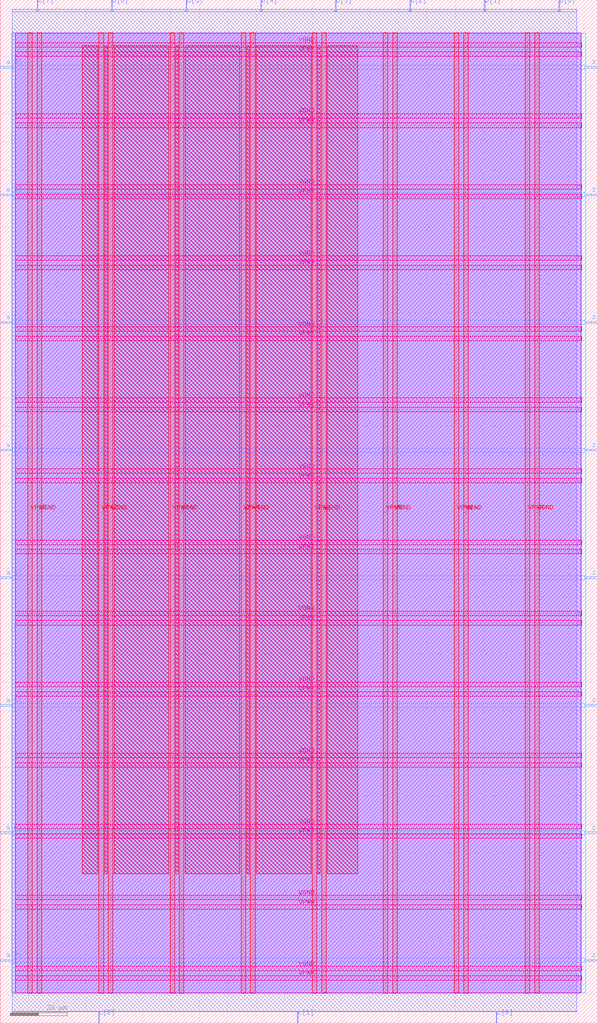
<source format=lef>
VERSION 5.7 ;
  NOWIREEXTENSIONATPIN ON ;
  DIVIDERCHAR "/" ;
  BUSBITCHARS "[]" ;
MACRO alu
  CLASS BLOCK ;
  FOREIGN alu ;
  ORIGIN 0.000 0.000 ;
  SIZE 210.000 BY 360.000 ;
  PIN VGND
    DIRECTION INOUT ;
    USE GROUND ;
    PORT
      LAYER met4 ;
        RECT 13.020 10.640 14.620 348.400 ;
    END
    PORT
      LAYER met4 ;
        RECT 38.020 10.640 39.620 348.400 ;
    END
    PORT
      LAYER met4 ;
        RECT 63.020 10.640 64.620 348.400 ;
    END
    PORT
      LAYER met4 ;
        RECT 88.020 10.640 89.620 348.400 ;
    END
    PORT
      LAYER met4 ;
        RECT 113.020 10.640 114.620 348.400 ;
    END
    PORT
      LAYER met4 ;
        RECT 138.020 10.640 139.620 348.400 ;
    END
    PORT
      LAYER met4 ;
        RECT 163.020 10.640 164.620 348.400 ;
    END
    PORT
      LAYER met4 ;
        RECT 188.020 10.640 189.620 348.400 ;
    END
    PORT
      LAYER met5 ;
        RECT 5.280 18.380 204.480 19.980 ;
    END
    PORT
      LAYER met5 ;
        RECT 5.280 43.380 204.480 44.980 ;
    END
    PORT
      LAYER met5 ;
        RECT 5.280 68.380 204.480 69.980 ;
    END
    PORT
      LAYER met5 ;
        RECT 5.280 93.380 204.480 94.980 ;
    END
    PORT
      LAYER met5 ;
        RECT 5.280 118.380 204.480 119.980 ;
    END
    PORT
      LAYER met5 ;
        RECT 5.280 143.380 204.480 144.980 ;
    END
    PORT
      LAYER met5 ;
        RECT 5.280 168.380 204.480 169.980 ;
    END
    PORT
      LAYER met5 ;
        RECT 5.280 193.380 204.480 194.980 ;
    END
    PORT
      LAYER met5 ;
        RECT 5.280 218.380 204.480 219.980 ;
    END
    PORT
      LAYER met5 ;
        RECT 5.280 243.380 204.480 244.980 ;
    END
    PORT
      LAYER met5 ;
        RECT 5.280 268.380 204.480 269.980 ;
    END
    PORT
      LAYER met5 ;
        RECT 5.280 293.380 204.480 294.980 ;
    END
    PORT
      LAYER met5 ;
        RECT 5.280 318.380 204.480 319.980 ;
    END
    PORT
      LAYER met5 ;
        RECT 5.280 343.380 204.480 344.980 ;
    END
  END VGND
  PIN VPWR
    DIRECTION INOUT ;
    USE POWER ;
    PORT
      LAYER met4 ;
        RECT 9.720 10.640 11.320 348.400 ;
    END
    PORT
      LAYER met4 ;
        RECT 34.720 10.640 36.320 348.400 ;
    END
    PORT
      LAYER met4 ;
        RECT 59.720 10.640 61.320 348.400 ;
    END
    PORT
      LAYER met4 ;
        RECT 84.720 10.640 86.320 348.400 ;
    END
    PORT
      LAYER met4 ;
        RECT 109.720 10.640 111.320 348.400 ;
    END
    PORT
      LAYER met4 ;
        RECT 134.720 10.640 136.320 348.400 ;
    END
    PORT
      LAYER met4 ;
        RECT 159.720 10.640 161.320 348.400 ;
    END
    PORT
      LAYER met4 ;
        RECT 184.720 10.640 186.320 348.400 ;
    END
    PORT
      LAYER met5 ;
        RECT 5.280 15.080 204.480 16.680 ;
    END
    PORT
      LAYER met5 ;
        RECT 5.280 40.080 204.480 41.680 ;
    END
    PORT
      LAYER met5 ;
        RECT 5.280 65.080 204.480 66.680 ;
    END
    PORT
      LAYER met5 ;
        RECT 5.280 90.080 204.480 91.680 ;
    END
    PORT
      LAYER met5 ;
        RECT 5.280 115.080 204.480 116.680 ;
    END
    PORT
      LAYER met5 ;
        RECT 5.280 140.080 204.480 141.680 ;
    END
    PORT
      LAYER met5 ;
        RECT 5.280 165.080 204.480 166.680 ;
    END
    PORT
      LAYER met5 ;
        RECT 5.280 190.080 204.480 191.680 ;
    END
    PORT
      LAYER met5 ;
        RECT 5.280 215.080 204.480 216.680 ;
    END
    PORT
      LAYER met5 ;
        RECT 5.280 240.080 204.480 241.680 ;
    END
    PORT
      LAYER met5 ;
        RECT 5.280 265.080 204.480 266.680 ;
    END
    PORT
      LAYER met5 ;
        RECT 5.280 290.080 204.480 291.680 ;
    END
    PORT
      LAYER met5 ;
        RECT 5.280 315.080 204.480 316.680 ;
    END
    PORT
      LAYER met5 ;
        RECT 5.280 340.080 204.480 341.680 ;
    END
  END VPWR
  PIN a[0]
    DIRECTION INPUT ;
    USE SIGNAL ;
    ANTENNAGATEAREA 0.495000 ;
    PORT
      LAYER met3 ;
        RECT 0.000 335.960 4.000 336.560 ;
    END
  END a[0]
  PIN a[1]
    DIRECTION INPUT ;
    USE SIGNAL ;
    ANTENNAGATEAREA 0.426000 ;
    PORT
      LAYER met3 ;
        RECT 0.000 291.080 4.000 291.680 ;
    END
  END a[1]
  PIN a[2]
    DIRECTION INPUT ;
    USE SIGNAL ;
    ANTENNAGATEAREA 0.495000 ;
    PORT
      LAYER met3 ;
        RECT 0.000 246.200 4.000 246.800 ;
    END
  END a[2]
  PIN a[3]
    DIRECTION INPUT ;
    USE SIGNAL ;
    ANTENNAGATEAREA 0.247500 ;
    PORT
      LAYER met3 ;
        RECT 0.000 201.320 4.000 201.920 ;
    END
  END a[3]
  PIN a[4]
    DIRECTION INPUT ;
    USE SIGNAL ;
    ANTENNAGATEAREA 0.247500 ;
    PORT
      LAYER met3 ;
        RECT 0.000 156.440 4.000 157.040 ;
    END
  END a[4]
  PIN a[5]
    DIRECTION INPUT ;
    USE SIGNAL ;
    ANTENNAGATEAREA 0.213000 ;
    PORT
      LAYER met3 ;
        RECT 0.000 111.560 4.000 112.160 ;
    END
  END a[5]
  PIN a[6]
    DIRECTION INPUT ;
    USE SIGNAL ;
    ANTENNAGATEAREA 0.742500 ;
    PORT
      LAYER met3 ;
        RECT 0.000 66.680 4.000 67.280 ;
    END
  END a[6]
  PIN a[7]
    DIRECTION INPUT ;
    USE SIGNAL ;
    ANTENNAGATEAREA 0.742500 ;
    PORT
      LAYER met3 ;
        RECT 0.000 21.800 4.000 22.400 ;
    END
  END a[7]
  PIN b[0]
    DIRECTION INPUT ;
    USE SIGNAL ;
    ANTENNAGATEAREA 0.990000 ;
    PORT
      LAYER met2 ;
        RECT 196.510 356.000 196.790 360.000 ;
    END
  END b[0]
  PIN b[1]
    DIRECTION INPUT ;
    USE SIGNAL ;
    ANTENNAGATEAREA 0.742500 ;
    PORT
      LAYER met2 ;
        RECT 170.290 356.000 170.570 360.000 ;
    END
  END b[1]
  PIN b[2]
    DIRECTION INPUT ;
    USE SIGNAL ;
    ANTENNAGATEAREA 0.213000 ;
    PORT
      LAYER met2 ;
        RECT 144.070 356.000 144.350 360.000 ;
    END
  END b[2]
  PIN b[3]
    DIRECTION INPUT ;
    USE SIGNAL ;
    ANTENNAGATEAREA 0.213000 ;
    PORT
      LAYER met2 ;
        RECT 117.850 356.000 118.130 360.000 ;
    END
  END b[3]
  PIN b[4]
    DIRECTION INPUT ;
    USE SIGNAL ;
    ANTENNAGATEAREA 0.213000 ;
    PORT
      LAYER met2 ;
        RECT 91.630 356.000 91.910 360.000 ;
    END
  END b[4]
  PIN b[5]
    DIRECTION INPUT ;
    USE SIGNAL ;
    ANTENNAGATEAREA 0.742500 ;
    PORT
      LAYER met2 ;
        RECT 65.410 356.000 65.690 360.000 ;
    END
  END b[5]
  PIN b[6]
    DIRECTION INPUT ;
    USE SIGNAL ;
    ANTENNAGATEAREA 0.742500 ;
    PORT
      LAYER met2 ;
        RECT 39.190 356.000 39.470 360.000 ;
    END
  END b[6]
  PIN b[7]
    DIRECTION INPUT ;
    USE SIGNAL ;
    ANTENNAGATEAREA 0.742500 ;
    PORT
      LAYER met2 ;
        RECT 12.970 356.000 13.250 360.000 ;
    END
  END b[7]
  PIN c[0]
    DIRECTION INPUT ;
    USE SIGNAL ;
    ANTENNAGATEAREA 0.426000 ;
    PORT
      LAYER met2 ;
        RECT 174.430 0.000 174.710 4.000 ;
    END
  END c[0]
  PIN c[1]
    DIRECTION INPUT ;
    USE SIGNAL ;
    ANTENNAGATEAREA 0.742500 ;
    PORT
      LAYER met2 ;
        RECT 104.510 0.000 104.790 4.000 ;
    END
  END c[1]
  PIN c[2]
    DIRECTION INPUT ;
    USE SIGNAL ;
    ANTENNAGATEAREA 0.742500 ;
    PORT
      LAYER met2 ;
        RECT 34.590 0.000 34.870 4.000 ;
    END
  END c[2]
  PIN z[0]
    DIRECTION OUTPUT ;
    USE SIGNAL ;
    ANTENNADIFFAREA 0.445500 ;
    PORT
      LAYER met3 ;
        RECT 206.000 335.960 210.000 336.560 ;
    END
  END z[0]
  PIN z[1]
    DIRECTION OUTPUT ;
    USE SIGNAL ;
    ANTENNADIFFAREA 0.445500 ;
    PORT
      LAYER met3 ;
        RECT 206.000 291.080 210.000 291.680 ;
    END
  END z[1]
  PIN z[2]
    DIRECTION OUTPUT ;
    USE SIGNAL ;
    ANTENNADIFFAREA 0.445500 ;
    PORT
      LAYER met3 ;
        RECT 206.000 246.200 210.000 246.800 ;
    END
  END z[2]
  PIN z[3]
    DIRECTION OUTPUT ;
    USE SIGNAL ;
    ANTENNADIFFAREA 0.445500 ;
    PORT
      LAYER met3 ;
        RECT 206.000 201.320 210.000 201.920 ;
    END
  END z[3]
  PIN z[4]
    DIRECTION OUTPUT ;
    USE SIGNAL ;
    ANTENNADIFFAREA 0.445500 ;
    PORT
      LAYER met3 ;
        RECT 206.000 156.440 210.000 157.040 ;
    END
  END z[4]
  PIN z[5]
    DIRECTION OUTPUT ;
    USE SIGNAL ;
    ANTENNADIFFAREA 0.795200 ;
    PORT
      LAYER met3 ;
        RECT 206.000 111.560 210.000 112.160 ;
    END
  END z[5]
  PIN z[6]
    DIRECTION OUTPUT ;
    USE SIGNAL ;
    ANTENNADIFFAREA 0.891000 ;
    PORT
      LAYER met3 ;
        RECT 206.000 66.680 210.000 67.280 ;
    END
  END z[6]
  PIN z[7]
    DIRECTION OUTPUT ;
    USE SIGNAL ;
    ANTENNADIFFAREA 1.336500 ;
    PORT
      LAYER met3 ;
        RECT 206.000 21.800 210.000 22.400 ;
    END
  END z[7]
  OBS
      LAYER nwell ;
        RECT 5.330 10.795 204.430 348.245 ;
      LAYER li1 ;
        RECT 5.520 10.795 204.240 348.245 ;
      LAYER met1 ;
        RECT 4.210 10.640 204.240 348.400 ;
      LAYER met2 ;
        RECT 4.230 355.720 12.690 356.730 ;
        RECT 13.530 355.720 38.910 356.730 ;
        RECT 39.750 355.720 65.130 356.730 ;
        RECT 65.970 355.720 91.350 356.730 ;
        RECT 92.190 355.720 117.570 356.730 ;
        RECT 118.410 355.720 143.790 356.730 ;
        RECT 144.630 355.720 170.010 356.730 ;
        RECT 170.850 355.720 196.230 356.730 ;
        RECT 197.070 355.720 202.770 356.730 ;
        RECT 4.230 4.280 202.770 355.720 ;
        RECT 4.230 4.000 34.310 4.280 ;
        RECT 35.150 4.000 104.230 4.280 ;
        RECT 105.070 4.000 174.150 4.280 ;
        RECT 174.990 4.000 202.770 4.280 ;
      LAYER met3 ;
        RECT 3.990 336.960 206.000 348.325 ;
        RECT 4.400 335.560 205.600 336.960 ;
        RECT 3.990 292.080 206.000 335.560 ;
        RECT 4.400 290.680 205.600 292.080 ;
        RECT 3.990 247.200 206.000 290.680 ;
        RECT 4.400 245.800 205.600 247.200 ;
        RECT 3.990 202.320 206.000 245.800 ;
        RECT 4.400 200.920 205.600 202.320 ;
        RECT 3.990 157.440 206.000 200.920 ;
        RECT 4.400 156.040 205.600 157.440 ;
        RECT 3.990 112.560 206.000 156.040 ;
        RECT 4.400 111.160 205.600 112.560 ;
        RECT 3.990 67.680 206.000 111.160 ;
        RECT 4.400 66.280 205.600 67.680 ;
        RECT 3.990 22.800 206.000 66.280 ;
        RECT 4.400 21.400 205.600 22.800 ;
        RECT 3.990 10.715 206.000 21.400 ;
      LAYER met4 ;
        RECT 28.815 52.535 34.320 343.905 ;
        RECT 36.720 52.535 37.620 343.905 ;
        RECT 40.020 52.535 59.320 343.905 ;
        RECT 61.720 52.535 62.620 343.905 ;
        RECT 65.020 52.535 84.320 343.905 ;
        RECT 86.720 52.535 87.620 343.905 ;
        RECT 90.020 52.535 109.320 343.905 ;
        RECT 111.720 52.535 112.620 343.905 ;
        RECT 115.020 52.535 125.745 343.905 ;
  END
END alu
END LIBRARY


</source>
